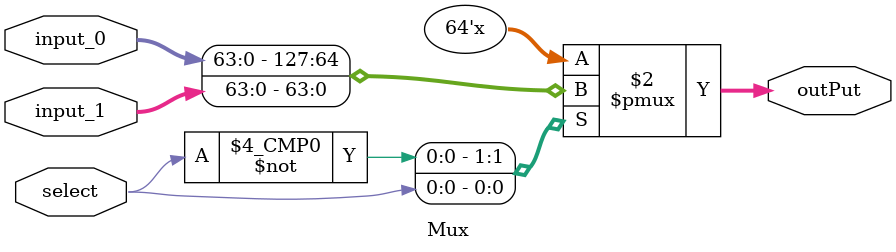
<source format=v>
module Mux(select,input_0, input_1, outPut);
    parameter delay =10;
    parameter dataWidth=64;

    input [dataWidth-1:0] input_0, input_1;
    input select;
    output reg [dataWidth-1:0] outPut;

    always @(input_0, input_1, select)
        begin
            case (select)
                0:  outPut = input_0;
                1:  outPut = input_1;
            endcase
        end
endmodule

</source>
